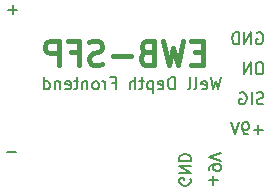
<source format=gbr>
%TF.GenerationSoftware,KiCad,Pcbnew,(6.0.0)*%
%TF.CreationDate,2022-02-09T06:53:37-08:00*%
%TF.ProjectId,depth-sensor,64657074-682d-4736-956e-736f722e6b69,1*%
%TF.SameCoordinates,Original*%
%TF.FileFunction,Legend,Bot*%
%TF.FilePolarity,Positive*%
%FSLAX46Y46*%
G04 Gerber Fmt 4.6, Leading zero omitted, Abs format (unit mm)*
G04 Created by KiCad (PCBNEW (6.0.0)) date 2022-02-09 06:53:37*
%MOMM*%
%LPD*%
G01*
G04 APERTURE LIST*
%ADD10C,0.150000*%
%ADD11C,0.450000*%
G04 APERTURE END LIST*
D10*
X115473809Y-52157380D02*
X115235714Y-53157380D01*
X115045238Y-52443095D01*
X114854761Y-53157380D01*
X114616666Y-52157380D01*
X113854761Y-53109761D02*
X113950000Y-53157380D01*
X114140476Y-53157380D01*
X114235714Y-53109761D01*
X114283333Y-53014523D01*
X114283333Y-52633571D01*
X114235714Y-52538333D01*
X114140476Y-52490714D01*
X113950000Y-52490714D01*
X113854761Y-52538333D01*
X113807142Y-52633571D01*
X113807142Y-52728809D01*
X114283333Y-52824047D01*
X113235714Y-53157380D02*
X113330952Y-53109761D01*
X113378571Y-53014523D01*
X113378571Y-52157380D01*
X112711904Y-53157380D02*
X112807142Y-53109761D01*
X112854761Y-53014523D01*
X112854761Y-52157380D01*
X111569047Y-53157380D02*
X111569047Y-52157380D01*
X111330952Y-52157380D01*
X111188095Y-52205000D01*
X111092857Y-52300238D01*
X111045238Y-52395476D01*
X110997619Y-52585952D01*
X110997619Y-52728809D01*
X111045238Y-52919285D01*
X111092857Y-53014523D01*
X111188095Y-53109761D01*
X111330952Y-53157380D01*
X111569047Y-53157380D01*
X110188095Y-53109761D02*
X110283333Y-53157380D01*
X110473809Y-53157380D01*
X110569047Y-53109761D01*
X110616666Y-53014523D01*
X110616666Y-52633571D01*
X110569047Y-52538333D01*
X110473809Y-52490714D01*
X110283333Y-52490714D01*
X110188095Y-52538333D01*
X110140476Y-52633571D01*
X110140476Y-52728809D01*
X110616666Y-52824047D01*
X109711904Y-52490714D02*
X109711904Y-53490714D01*
X109711904Y-52538333D02*
X109616666Y-52490714D01*
X109426190Y-52490714D01*
X109330952Y-52538333D01*
X109283333Y-52585952D01*
X109235714Y-52681190D01*
X109235714Y-52966904D01*
X109283333Y-53062142D01*
X109330952Y-53109761D01*
X109426190Y-53157380D01*
X109616666Y-53157380D01*
X109711904Y-53109761D01*
X108950000Y-52490714D02*
X108569047Y-52490714D01*
X108807142Y-52157380D02*
X108807142Y-53014523D01*
X108759523Y-53109761D01*
X108664285Y-53157380D01*
X108569047Y-53157380D01*
X108235714Y-53157380D02*
X108235714Y-52157380D01*
X107807142Y-53157380D02*
X107807142Y-52633571D01*
X107854761Y-52538333D01*
X107950000Y-52490714D01*
X108092857Y-52490714D01*
X108188095Y-52538333D01*
X108235714Y-52585952D01*
X106235714Y-52633571D02*
X106569047Y-52633571D01*
X106569047Y-53157380D02*
X106569047Y-52157380D01*
X106092857Y-52157380D01*
X105711904Y-53157380D02*
X105711904Y-52490714D01*
X105711904Y-52681190D02*
X105664285Y-52585952D01*
X105616666Y-52538333D01*
X105521428Y-52490714D01*
X105426190Y-52490714D01*
X104950000Y-53157380D02*
X105045238Y-53109761D01*
X105092857Y-53062142D01*
X105140476Y-52966904D01*
X105140476Y-52681190D01*
X105092857Y-52585952D01*
X105045238Y-52538333D01*
X104950000Y-52490714D01*
X104807142Y-52490714D01*
X104711904Y-52538333D01*
X104664285Y-52585952D01*
X104616666Y-52681190D01*
X104616666Y-52966904D01*
X104664285Y-53062142D01*
X104711904Y-53109761D01*
X104807142Y-53157380D01*
X104950000Y-53157380D01*
X104188095Y-52490714D02*
X104188095Y-53157380D01*
X104188095Y-52585952D02*
X104140476Y-52538333D01*
X104045238Y-52490714D01*
X103902380Y-52490714D01*
X103807142Y-52538333D01*
X103759523Y-52633571D01*
X103759523Y-53157380D01*
X103426190Y-52490714D02*
X103045238Y-52490714D01*
X103283333Y-52157380D02*
X103283333Y-53014523D01*
X103235714Y-53109761D01*
X103140476Y-53157380D01*
X103045238Y-53157380D01*
X102330952Y-53109761D02*
X102426190Y-53157380D01*
X102616666Y-53157380D01*
X102711904Y-53109761D01*
X102759523Y-53014523D01*
X102759523Y-52633571D01*
X102711904Y-52538333D01*
X102616666Y-52490714D01*
X102426190Y-52490714D01*
X102330952Y-52538333D01*
X102283333Y-52633571D01*
X102283333Y-52728809D01*
X102759523Y-52824047D01*
X101854761Y-52490714D02*
X101854761Y-53157380D01*
X101854761Y-52585952D02*
X101807142Y-52538333D01*
X101711904Y-52490714D01*
X101569047Y-52490714D01*
X101473809Y-52538333D01*
X101426190Y-52633571D01*
X101426190Y-53157380D01*
X100521428Y-53157380D02*
X100521428Y-52157380D01*
X100521428Y-53109761D02*
X100616666Y-53157380D01*
X100807142Y-53157380D01*
X100902380Y-53109761D01*
X100950000Y-53062142D01*
X100997619Y-52966904D01*
X100997619Y-52681190D01*
X100950000Y-52585952D01*
X100902380Y-52538333D01*
X100807142Y-52490714D01*
X100616666Y-52490714D01*
X100521428Y-52538333D01*
D11*
X113934047Y-50022142D02*
X113267380Y-50022142D01*
X112981666Y-51069761D02*
X113934047Y-51069761D01*
X113934047Y-49069761D01*
X112981666Y-49069761D01*
X112315000Y-49069761D02*
X111838809Y-51069761D01*
X111457857Y-49641190D01*
X111076904Y-51069761D01*
X110600714Y-49069761D01*
X109172142Y-50022142D02*
X108886428Y-50117380D01*
X108791190Y-50212619D01*
X108695952Y-50403095D01*
X108695952Y-50688809D01*
X108791190Y-50879285D01*
X108886428Y-50974523D01*
X109076904Y-51069761D01*
X109838809Y-51069761D01*
X109838809Y-49069761D01*
X109172142Y-49069761D01*
X108981666Y-49165000D01*
X108886428Y-49260238D01*
X108791190Y-49450714D01*
X108791190Y-49641190D01*
X108886428Y-49831666D01*
X108981666Y-49926904D01*
X109172142Y-50022142D01*
X109838809Y-50022142D01*
X107838809Y-50307857D02*
X106315000Y-50307857D01*
X105457857Y-50974523D02*
X105172142Y-51069761D01*
X104695952Y-51069761D01*
X104505476Y-50974523D01*
X104410238Y-50879285D01*
X104315000Y-50688809D01*
X104315000Y-50498333D01*
X104410238Y-50307857D01*
X104505476Y-50212619D01*
X104695952Y-50117380D01*
X105076904Y-50022142D01*
X105267380Y-49926904D01*
X105362619Y-49831666D01*
X105457857Y-49641190D01*
X105457857Y-49450714D01*
X105362619Y-49260238D01*
X105267380Y-49165000D01*
X105076904Y-49069761D01*
X104600714Y-49069761D01*
X104315000Y-49165000D01*
X102791190Y-50022142D02*
X103457857Y-50022142D01*
X103457857Y-51069761D02*
X103457857Y-49069761D01*
X102505476Y-49069761D01*
X101743571Y-51069761D02*
X101743571Y-49069761D01*
X100981666Y-49069761D01*
X100791190Y-49165000D01*
X100695952Y-49260238D01*
X100600714Y-49450714D01*
X100600714Y-49736428D01*
X100695952Y-49926904D01*
X100791190Y-50022142D01*
X100981666Y-50117380D01*
X101743571Y-50117380D01*
D10*
X112895000Y-60735595D02*
X112942619Y-60830833D01*
X112942619Y-60973690D01*
X112895000Y-61116547D01*
X112799761Y-61211785D01*
X112704523Y-61259404D01*
X112514047Y-61307023D01*
X112371190Y-61307023D01*
X112180714Y-61259404D01*
X112085476Y-61211785D01*
X111990238Y-61116547D01*
X111942619Y-60973690D01*
X111942619Y-60878452D01*
X111990238Y-60735595D01*
X112037857Y-60687976D01*
X112371190Y-60687976D01*
X112371190Y-60878452D01*
X111942619Y-60259404D02*
X112942619Y-60259404D01*
X111942619Y-59687976D01*
X112942619Y-59687976D01*
X111942619Y-59211785D02*
X112942619Y-59211785D01*
X112942619Y-58973690D01*
X112895000Y-58830833D01*
X112799761Y-58735595D01*
X112704523Y-58687976D01*
X112514047Y-58640357D01*
X112371190Y-58640357D01*
X112180714Y-58687976D01*
X112085476Y-58735595D01*
X111990238Y-58830833D01*
X111942619Y-58973690D01*
X111942619Y-59211785D01*
X114863571Y-61259404D02*
X114863571Y-60497500D01*
X114482619Y-60878452D02*
X115244523Y-60878452D01*
X114482619Y-59973690D02*
X114482619Y-59783214D01*
X114530238Y-59687976D01*
X114577857Y-59640357D01*
X114720714Y-59545119D01*
X114911190Y-59497500D01*
X115292142Y-59497500D01*
X115387380Y-59545119D01*
X115435000Y-59592738D01*
X115482619Y-59687976D01*
X115482619Y-59878452D01*
X115435000Y-59973690D01*
X115387380Y-60021309D01*
X115292142Y-60068928D01*
X115054047Y-60068928D01*
X114958809Y-60021309D01*
X114911190Y-59973690D01*
X114863571Y-59878452D01*
X114863571Y-59687976D01*
X114911190Y-59592738D01*
X114958809Y-59545119D01*
X115054047Y-59497500D01*
X115482619Y-59211785D02*
X114482619Y-58878452D01*
X115482619Y-58545119D01*
X98170952Y-58491428D02*
X97409047Y-58491428D01*
X98252500Y-46426428D02*
X97490595Y-46426428D01*
X97871547Y-46807380D02*
X97871547Y-46045476D01*
X119044404Y-56586428D02*
X118282500Y-56586428D01*
X118663452Y-56967380D02*
X118663452Y-56205476D01*
X117758690Y-56967380D02*
X117568214Y-56967380D01*
X117472976Y-56919761D01*
X117425357Y-56872142D01*
X117330119Y-56729285D01*
X117282500Y-56538809D01*
X117282500Y-56157857D01*
X117330119Y-56062619D01*
X117377738Y-56015000D01*
X117472976Y-55967380D01*
X117663452Y-55967380D01*
X117758690Y-56015000D01*
X117806309Y-56062619D01*
X117853928Y-56157857D01*
X117853928Y-56395952D01*
X117806309Y-56491190D01*
X117758690Y-56538809D01*
X117663452Y-56586428D01*
X117472976Y-56586428D01*
X117377738Y-56538809D01*
X117330119Y-56491190D01*
X117282500Y-56395952D01*
X116996785Y-55967380D02*
X116663452Y-56967380D01*
X116330119Y-55967380D01*
X119092023Y-54379761D02*
X118949166Y-54427380D01*
X118711071Y-54427380D01*
X118615833Y-54379761D01*
X118568214Y-54332142D01*
X118520595Y-54236904D01*
X118520595Y-54141666D01*
X118568214Y-54046428D01*
X118615833Y-53998809D01*
X118711071Y-53951190D01*
X118901547Y-53903571D01*
X118996785Y-53855952D01*
X119044404Y-53808333D01*
X119092023Y-53713095D01*
X119092023Y-53617857D01*
X119044404Y-53522619D01*
X118996785Y-53475000D01*
X118901547Y-53427380D01*
X118663452Y-53427380D01*
X118520595Y-53475000D01*
X118092023Y-54427380D02*
X118092023Y-53427380D01*
X117092023Y-53475000D02*
X117187261Y-53427380D01*
X117330119Y-53427380D01*
X117472976Y-53475000D01*
X117568214Y-53570238D01*
X117615833Y-53665476D01*
X117663452Y-53855952D01*
X117663452Y-53998809D01*
X117615833Y-54189285D01*
X117568214Y-54284523D01*
X117472976Y-54379761D01*
X117330119Y-54427380D01*
X117234880Y-54427380D01*
X117092023Y-54379761D01*
X117044404Y-54332142D01*
X117044404Y-53998809D01*
X117234880Y-53998809D01*
X118853928Y-50887380D02*
X118663452Y-50887380D01*
X118568214Y-50935000D01*
X118472976Y-51030238D01*
X118425357Y-51220714D01*
X118425357Y-51554047D01*
X118472976Y-51744523D01*
X118568214Y-51839761D01*
X118663452Y-51887380D01*
X118853928Y-51887380D01*
X118949166Y-51839761D01*
X119044404Y-51744523D01*
X119092023Y-51554047D01*
X119092023Y-51220714D01*
X119044404Y-51030238D01*
X118949166Y-50935000D01*
X118853928Y-50887380D01*
X117996785Y-51887380D02*
X117996785Y-50887380D01*
X117425357Y-51887380D01*
X117425357Y-50887380D01*
X118520595Y-48395000D02*
X118615833Y-48347380D01*
X118758690Y-48347380D01*
X118901547Y-48395000D01*
X118996785Y-48490238D01*
X119044404Y-48585476D01*
X119092023Y-48775952D01*
X119092023Y-48918809D01*
X119044404Y-49109285D01*
X118996785Y-49204523D01*
X118901547Y-49299761D01*
X118758690Y-49347380D01*
X118663452Y-49347380D01*
X118520595Y-49299761D01*
X118472976Y-49252142D01*
X118472976Y-48918809D01*
X118663452Y-48918809D01*
X118044404Y-49347380D02*
X118044404Y-48347380D01*
X117472976Y-49347380D01*
X117472976Y-48347380D01*
X116996785Y-49347380D02*
X116996785Y-48347380D01*
X116758690Y-48347380D01*
X116615833Y-48395000D01*
X116520595Y-48490238D01*
X116472976Y-48585476D01*
X116425357Y-48775952D01*
X116425357Y-48918809D01*
X116472976Y-49109285D01*
X116520595Y-49204523D01*
X116615833Y-49299761D01*
X116758690Y-49347380D01*
X116996785Y-49347380D01*
M02*

</source>
